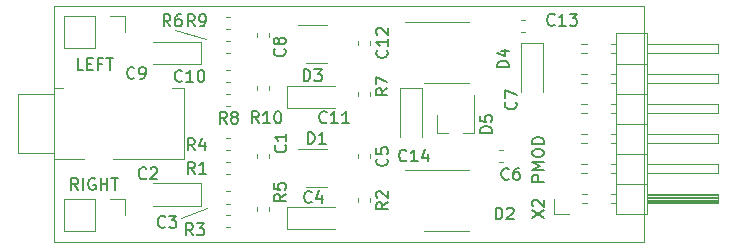
<source format=gbr>
%TF.GenerationSoftware,KiCad,Pcbnew,5.1.9*%
%TF.CreationDate,2021-02-16T17:41:26+03:00*%
%TF.ProjectId,dual-mcp3201-pmod,6475616c-2d6d-4637-9033-3230312d706d,rev?*%
%TF.SameCoordinates,PX4c4b400PY8583b00*%
%TF.FileFunction,Legend,Top*%
%TF.FilePolarity,Positive*%
%FSLAX46Y46*%
G04 Gerber Fmt 4.6, Leading zero omitted, Abs format (unit mm)*
G04 Created by KiCad (PCBNEW 5.1.9) date 2021-02-16 17:41:26*
%MOMM*%
%LPD*%
G01*
G04 APERTURE LIST*
%ADD10C,0.150000*%
%ADD11C,0.120000*%
%TA.AperFunction,Profile*%
%ADD12C,0.050000*%
%TD*%
G04 APERTURE END LIST*
D10*
X41502380Y5092858D02*
X40502380Y5092858D01*
X40502380Y5473810D01*
X40550000Y5569048D01*
X40597619Y5616667D01*
X40692857Y5664286D01*
X40835714Y5664286D01*
X40930952Y5616667D01*
X40978571Y5569048D01*
X41026190Y5473810D01*
X41026190Y5092858D01*
X41502380Y6092858D02*
X40502380Y6092858D01*
X41216666Y6426191D01*
X40502380Y6759524D01*
X41502380Y6759524D01*
X40502380Y7426191D02*
X40502380Y7616667D01*
X40550000Y7711905D01*
X40645238Y7807143D01*
X40835714Y7854762D01*
X41169047Y7854762D01*
X41359523Y7807143D01*
X41454761Y7711905D01*
X41502380Y7616667D01*
X41502380Y7426191D01*
X41454761Y7330953D01*
X41359523Y7235715D01*
X41169047Y7188096D01*
X40835714Y7188096D01*
X40645238Y7235715D01*
X40550000Y7330953D01*
X40502380Y7426191D01*
X41502380Y8283334D02*
X40502380Y8283334D01*
X40502380Y8521429D01*
X40550000Y8664286D01*
X40645238Y8759524D01*
X40740476Y8807143D01*
X40930952Y8854762D01*
X41073809Y8854762D01*
X41264285Y8807143D01*
X41359523Y8759524D01*
X41454761Y8664286D01*
X41502380Y8521429D01*
X41502380Y8283334D01*
D11*
X10300000Y17950000D02*
X12900000Y17200000D01*
X10750000Y2000000D02*
X13000000Y2850000D01*
D10*
X2497619Y14547620D02*
X2021428Y14547620D01*
X2021428Y15547620D01*
X2830952Y15071429D02*
X3164285Y15071429D01*
X3307142Y14547620D02*
X2830952Y14547620D01*
X2830952Y15547620D01*
X3307142Y15547620D01*
X4069047Y15071429D02*
X3735714Y15071429D01*
X3735714Y14547620D02*
X3735714Y15547620D01*
X4211904Y15547620D01*
X4450000Y15547620D02*
X5021428Y15547620D01*
X4735714Y14547620D02*
X4735714Y15547620D01*
X2066666Y4397620D02*
X1733333Y4873810D01*
X1495238Y4397620D02*
X1495238Y5397620D01*
X1876190Y5397620D01*
X1971428Y5350000D01*
X2019047Y5302381D01*
X2066666Y5207143D01*
X2066666Y5064286D01*
X2019047Y4969048D01*
X1971428Y4921429D01*
X1876190Y4873810D01*
X1495238Y4873810D01*
X2495238Y4397620D02*
X2495238Y5397620D01*
X3495238Y5350000D02*
X3400000Y5397620D01*
X3257142Y5397620D01*
X3114285Y5350000D01*
X3019047Y5254762D01*
X2971428Y5159524D01*
X2923809Y4969048D01*
X2923809Y4826191D01*
X2971428Y4635715D01*
X3019047Y4540477D01*
X3114285Y4445239D01*
X3257142Y4397620D01*
X3352380Y4397620D01*
X3495238Y4445239D01*
X3542857Y4492858D01*
X3542857Y4826191D01*
X3352380Y4826191D01*
X3971428Y4397620D02*
X3971428Y5397620D01*
X3971428Y4921429D02*
X4542857Y4921429D01*
X4542857Y4397620D02*
X4542857Y5397620D01*
X4876190Y5397620D02*
X5447619Y5397620D01*
X5161904Y4397620D02*
X5161904Y5397620D01*
D12*
X50000000Y20000000D02*
X0Y20000000D01*
X50000000Y0D02*
X50000000Y20000000D01*
X0Y0D02*
X50000000Y0D01*
X0Y20000000D02*
X0Y0D01*
D11*
%TO.C,X4*%
X880000Y19080000D02*
X880000Y16420000D01*
X3480000Y19080000D02*
X880000Y19080000D01*
X3480000Y16420000D02*
X880000Y16420000D01*
X3480000Y19080000D02*
X3480000Y16420000D01*
X4750000Y19080000D02*
X6080000Y19080000D01*
X6080000Y19080000D02*
X6080000Y17750000D01*
%TO.C,X3*%
X880000Y3580000D02*
X880000Y920000D01*
X3480000Y3580000D02*
X880000Y3580000D01*
X3480000Y920000D02*
X880000Y920000D01*
X3480000Y3580000D02*
X3480000Y920000D01*
X4750000Y3580000D02*
X6080000Y3580000D01*
X6080000Y3580000D02*
X6080000Y2250000D01*
%TO.C,C12*%
X25740000Y16653733D02*
X25740000Y16996267D01*
X26760000Y16653733D02*
X26760000Y16996267D01*
%TO.C,C11*%
X23850000Y13185000D02*
X19765000Y13185000D01*
X19765000Y13185000D02*
X19765000Y11315000D01*
X19765000Y11315000D02*
X23850000Y11315000D01*
%TO.C,C10*%
X14921267Y13490000D02*
X14578733Y13490000D01*
X14921267Y14510000D02*
X14578733Y14510000D01*
%TO.C,C9*%
X8400000Y15065000D02*
X12485000Y15065000D01*
X12485000Y15065000D02*
X12485000Y16935000D01*
X12485000Y16935000D02*
X8400000Y16935000D01*
%TO.C,C8*%
X18260000Y17671267D02*
X18260000Y17328733D01*
X17240000Y17671267D02*
X17240000Y17328733D01*
%TO.C,C7*%
X41435000Y12712500D02*
X41435000Y16797500D01*
X41435000Y16797500D02*
X39565000Y16797500D01*
X39565000Y16797500D02*
X39565000Y12712500D01*
%TO.C,C14*%
X31185000Y8900000D02*
X31185000Y12985000D01*
X31185000Y12985000D02*
X29315000Y12985000D01*
X29315000Y12985000D02*
X29315000Y8900000D01*
%TO.C,C6*%
X38046267Y6740000D02*
X37703733Y6740000D01*
X38046267Y7760000D02*
X37703733Y7760000D01*
%TO.C,X2*%
X47610000Y2320000D02*
X47610000Y17680000D01*
X47610000Y17680000D02*
X50270000Y17680000D01*
X50270000Y17680000D02*
X50270000Y2320000D01*
X50270000Y2320000D02*
X47610000Y2320000D01*
X50270000Y3270000D02*
X56270000Y3270000D01*
X56270000Y3270000D02*
X56270000Y4030000D01*
X56270000Y4030000D02*
X50270000Y4030000D01*
X50270000Y3330000D02*
X56270000Y3330000D01*
X50270000Y3450000D02*
X56270000Y3450000D01*
X50270000Y3570000D02*
X56270000Y3570000D01*
X50270000Y3690000D02*
X56270000Y3690000D01*
X50270000Y3810000D02*
X56270000Y3810000D01*
X50270000Y3930000D02*
X56270000Y3930000D01*
X47212929Y3270000D02*
X47610000Y3270000D01*
X47212929Y4030000D02*
X47610000Y4030000D01*
X44740000Y3270000D02*
X45127071Y3270000D01*
X44740000Y4030000D02*
X45127071Y4030000D01*
X47610000Y4920000D02*
X50270000Y4920000D01*
X50270000Y5810000D02*
X56270000Y5810000D01*
X56270000Y5810000D02*
X56270000Y6570000D01*
X56270000Y6570000D02*
X50270000Y6570000D01*
X47212929Y5810000D02*
X47610000Y5810000D01*
X47212929Y6570000D02*
X47610000Y6570000D01*
X44672929Y5810000D02*
X45127071Y5810000D01*
X44672929Y6570000D02*
X45127071Y6570000D01*
X47610000Y7460000D02*
X50270000Y7460000D01*
X50270000Y8350000D02*
X56270000Y8350000D01*
X56270000Y8350000D02*
X56270000Y9110000D01*
X56270000Y9110000D02*
X50270000Y9110000D01*
X47212929Y8350000D02*
X47610000Y8350000D01*
X47212929Y9110000D02*
X47610000Y9110000D01*
X44672929Y8350000D02*
X45127071Y8350000D01*
X44672929Y9110000D02*
X45127071Y9110000D01*
X47610000Y10000000D02*
X50270000Y10000000D01*
X50270000Y10890000D02*
X56270000Y10890000D01*
X56270000Y10890000D02*
X56270000Y11650000D01*
X56270000Y11650000D02*
X50270000Y11650000D01*
X47212929Y10890000D02*
X47610000Y10890000D01*
X47212929Y11650000D02*
X47610000Y11650000D01*
X44672929Y10890000D02*
X45127071Y10890000D01*
X44672929Y11650000D02*
X45127071Y11650000D01*
X47610000Y12540000D02*
X50270000Y12540000D01*
X50270000Y13430000D02*
X56270000Y13430000D01*
X56270000Y13430000D02*
X56270000Y14190000D01*
X56270000Y14190000D02*
X50270000Y14190000D01*
X47212929Y13430000D02*
X47610000Y13430000D01*
X47212929Y14190000D02*
X47610000Y14190000D01*
X44672929Y13430000D02*
X45127071Y13430000D01*
X44672929Y14190000D02*
X45127071Y14190000D01*
X47610000Y15080000D02*
X50270000Y15080000D01*
X50270000Y15970000D02*
X56270000Y15970000D01*
X56270000Y15970000D02*
X56270000Y16730000D01*
X56270000Y16730000D02*
X50270000Y16730000D01*
X47212929Y15970000D02*
X47610000Y15970000D01*
X47212929Y16730000D02*
X47610000Y16730000D01*
X44672929Y15970000D02*
X45127071Y15970000D01*
X44672929Y16730000D02*
X45127071Y16730000D01*
X42360000Y3650000D02*
X42360000Y2380000D01*
X42360000Y2380000D02*
X43630000Y2380000D01*
%TO.C,X1*%
X11000000Y7000000D02*
X11000000Y13000000D01*
X11000000Y13000000D02*
X10000000Y13000000D01*
X11000000Y7000000D02*
X5000000Y7000000D01*
X2600000Y7000000D02*
X0Y7000000D01*
X0Y7000000D02*
X0Y13000000D01*
X0Y13000000D02*
X800000Y13000000D01*
X0Y7500000D02*
X-3000000Y7500000D01*
X-3000000Y7500000D02*
X-3000000Y12500000D01*
X-3000000Y12500000D02*
X0Y12500000D01*
%TO.C,R10*%
X18260000Y13171267D02*
X18260000Y12828733D01*
X17240000Y13171267D02*
X17240000Y12828733D01*
%TO.C,R9*%
X14578733Y19010000D02*
X14921267Y19010000D01*
X14578733Y17990000D02*
X14921267Y17990000D01*
%TO.C,R8*%
X14578733Y12510000D02*
X14921267Y12510000D01*
X14578733Y11490000D02*
X14921267Y11490000D01*
%TO.C,R7*%
X26760000Y12671267D02*
X26760000Y12328733D01*
X25740000Y12671267D02*
X25740000Y12328733D01*
%TO.C,R6*%
X14578733Y17010000D02*
X14921267Y17010000D01*
X14578733Y15990000D02*
X14921267Y15990000D01*
%TO.C,R5*%
X18260000Y2921267D02*
X18260000Y2578733D01*
X17240000Y2921267D02*
X17240000Y2578733D01*
%TO.C,R4*%
X14578733Y8760000D02*
X14921267Y8760000D01*
X14578733Y7740000D02*
X14921267Y7740000D01*
%TO.C,R3*%
X14578733Y2260000D02*
X14921267Y2260000D01*
X14578733Y1240000D02*
X14921267Y1240000D01*
%TO.C,R2*%
X25740000Y3328733D02*
X25740000Y3671267D01*
X26760000Y3328733D02*
X26760000Y3671267D01*
%TO.C,R1*%
X14578733Y6760000D02*
X14921267Y6760000D01*
X14578733Y5740000D02*
X14921267Y5740000D01*
%TO.C,D5*%
X32420000Y9240000D02*
X33350000Y9240000D01*
X35580000Y9240000D02*
X34650000Y9240000D01*
X35580000Y9240000D02*
X35580000Y12400000D01*
X32420000Y9240000D02*
X32420000Y10700000D01*
%TO.C,D4*%
X33250000Y13410000D02*
X35130000Y13410000D01*
X33250000Y13410000D02*
X31370000Y13410000D01*
X33250000Y18590000D02*
X35130000Y18590000D01*
X33250000Y18590000D02*
X29725000Y18590000D01*
%TO.C,D3*%
X21350000Y15140000D02*
X23150000Y15140000D01*
X23150000Y18360000D02*
X20700000Y18360000D01*
%TO.C,D2*%
X33250000Y910000D02*
X35130000Y910000D01*
X33250000Y910000D02*
X31370000Y910000D01*
X33250000Y6090000D02*
X35130000Y6090000D01*
X33250000Y6090000D02*
X29725000Y6090000D01*
%TO.C,D1*%
X21350000Y4640000D02*
X23150000Y4640000D01*
X23150000Y7860000D02*
X20700000Y7860000D01*
%TO.C,C13*%
X39921267Y17740000D02*
X39578733Y17740000D01*
X39921267Y18760000D02*
X39578733Y18760000D01*
%TO.C,C5*%
X26760000Y7421267D02*
X26760000Y7078733D01*
X25740000Y7421267D02*
X25740000Y7078733D01*
%TO.C,C4*%
X23850000Y2935000D02*
X19765000Y2935000D01*
X19765000Y2935000D02*
X19765000Y1065000D01*
X19765000Y1065000D02*
X23850000Y1065000D01*
%TO.C,C3*%
X14921267Y3240000D02*
X14578733Y3240000D01*
X14921267Y4260000D02*
X14578733Y4260000D01*
%TO.C,C2*%
X8400000Y3065000D02*
X12485000Y3065000D01*
X12485000Y3065000D02*
X12485000Y4935000D01*
X12485000Y4935000D02*
X8400000Y4935000D01*
%TO.C,C1*%
X18260000Y7421267D02*
X18260000Y7078733D01*
X17240000Y7421267D02*
X17240000Y7078733D01*
%TD*%
%TO.C,C12*%
D10*
X28207142Y16207143D02*
X28254761Y16159524D01*
X28302380Y16016667D01*
X28302380Y15921429D01*
X28254761Y15778572D01*
X28159523Y15683334D01*
X28064285Y15635715D01*
X27873809Y15588096D01*
X27730952Y15588096D01*
X27540476Y15635715D01*
X27445238Y15683334D01*
X27350000Y15778572D01*
X27302380Y15921429D01*
X27302380Y16016667D01*
X27350000Y16159524D01*
X27397619Y16207143D01*
X28302380Y17159524D02*
X28302380Y16588096D01*
X28302380Y16873810D02*
X27302380Y16873810D01*
X27445238Y16778572D01*
X27540476Y16683334D01*
X27588095Y16588096D01*
X27397619Y17540477D02*
X27350000Y17588096D01*
X27302380Y17683334D01*
X27302380Y17921429D01*
X27350000Y18016667D01*
X27397619Y18064286D01*
X27492857Y18111905D01*
X27588095Y18111905D01*
X27730952Y18064286D01*
X28302380Y17492858D01*
X28302380Y18111905D01*
%TO.C,C11*%
X23107142Y10142858D02*
X23059523Y10095239D01*
X22916666Y10047620D01*
X22821428Y10047620D01*
X22678571Y10095239D01*
X22583333Y10190477D01*
X22535714Y10285715D01*
X22488095Y10476191D01*
X22488095Y10619048D01*
X22535714Y10809524D01*
X22583333Y10904762D01*
X22678571Y11000000D01*
X22821428Y11047620D01*
X22916666Y11047620D01*
X23059523Y11000000D01*
X23107142Y10952381D01*
X24059523Y10047620D02*
X23488095Y10047620D01*
X23773809Y10047620D02*
X23773809Y11047620D01*
X23678571Y10904762D01*
X23583333Y10809524D01*
X23488095Y10761905D01*
X25011904Y10047620D02*
X24440476Y10047620D01*
X24726190Y10047620D02*
X24726190Y11047620D01*
X24630952Y10904762D01*
X24535714Y10809524D01*
X24440476Y10761905D01*
%TO.C,C10*%
X10857142Y13642858D02*
X10809523Y13595239D01*
X10666666Y13547620D01*
X10571428Y13547620D01*
X10428571Y13595239D01*
X10333333Y13690477D01*
X10285714Y13785715D01*
X10238095Y13976191D01*
X10238095Y14119048D01*
X10285714Y14309524D01*
X10333333Y14404762D01*
X10428571Y14500000D01*
X10571428Y14547620D01*
X10666666Y14547620D01*
X10809523Y14500000D01*
X10857142Y14452381D01*
X11809523Y13547620D02*
X11238095Y13547620D01*
X11523809Y13547620D02*
X11523809Y14547620D01*
X11428571Y14404762D01*
X11333333Y14309524D01*
X11238095Y14261905D01*
X12428571Y14547620D02*
X12523809Y14547620D01*
X12619047Y14500000D01*
X12666666Y14452381D01*
X12714285Y14357143D01*
X12761904Y14166667D01*
X12761904Y13928572D01*
X12714285Y13738096D01*
X12666666Y13642858D01*
X12619047Y13595239D01*
X12523809Y13547620D01*
X12428571Y13547620D01*
X12333333Y13595239D01*
X12285714Y13642858D01*
X12238095Y13738096D01*
X12190476Y13928572D01*
X12190476Y14166667D01*
X12238095Y14357143D01*
X12285714Y14452381D01*
X12333333Y14500000D01*
X12428571Y14547620D01*
%TO.C,C9*%
X6833333Y13892858D02*
X6785714Y13845239D01*
X6642857Y13797620D01*
X6547619Y13797620D01*
X6404761Y13845239D01*
X6309523Y13940477D01*
X6261904Y14035715D01*
X6214285Y14226191D01*
X6214285Y14369048D01*
X6261904Y14559524D01*
X6309523Y14654762D01*
X6404761Y14750000D01*
X6547619Y14797620D01*
X6642857Y14797620D01*
X6785714Y14750000D01*
X6833333Y14702381D01*
X7309523Y13797620D02*
X7500000Y13797620D01*
X7595238Y13845239D01*
X7642857Y13892858D01*
X7738095Y14035715D01*
X7785714Y14226191D01*
X7785714Y14607143D01*
X7738095Y14702381D01*
X7690476Y14750000D01*
X7595238Y14797620D01*
X7404761Y14797620D01*
X7309523Y14750000D01*
X7261904Y14702381D01*
X7214285Y14607143D01*
X7214285Y14369048D01*
X7261904Y14273810D01*
X7309523Y14226191D01*
X7404761Y14178572D01*
X7595238Y14178572D01*
X7690476Y14226191D01*
X7738095Y14273810D01*
X7785714Y14369048D01*
%TO.C,C8*%
X19537142Y16333334D02*
X19584761Y16285715D01*
X19632380Y16142858D01*
X19632380Y16047620D01*
X19584761Y15904762D01*
X19489523Y15809524D01*
X19394285Y15761905D01*
X19203809Y15714286D01*
X19060952Y15714286D01*
X18870476Y15761905D01*
X18775238Y15809524D01*
X18680000Y15904762D01*
X18632380Y16047620D01*
X18632380Y16142858D01*
X18680000Y16285715D01*
X18727619Y16333334D01*
X19060952Y16904762D02*
X19013333Y16809524D01*
X18965714Y16761905D01*
X18870476Y16714286D01*
X18822857Y16714286D01*
X18727619Y16761905D01*
X18680000Y16809524D01*
X18632380Y16904762D01*
X18632380Y17095239D01*
X18680000Y17190477D01*
X18727619Y17238096D01*
X18822857Y17285715D01*
X18870476Y17285715D01*
X18965714Y17238096D01*
X19013333Y17190477D01*
X19060952Y17095239D01*
X19060952Y16904762D01*
X19108571Y16809524D01*
X19156190Y16761905D01*
X19251428Y16714286D01*
X19441904Y16714286D01*
X19537142Y16761905D01*
X19584761Y16809524D01*
X19632380Y16904762D01*
X19632380Y17095239D01*
X19584761Y17190477D01*
X19537142Y17238096D01*
X19441904Y17285715D01*
X19251428Y17285715D01*
X19156190Y17238096D01*
X19108571Y17190477D01*
X19060952Y17095239D01*
%TO.C,C7*%
X39107142Y11833334D02*
X39154761Y11785715D01*
X39202380Y11642858D01*
X39202380Y11547620D01*
X39154761Y11404762D01*
X39059523Y11309524D01*
X38964285Y11261905D01*
X38773809Y11214286D01*
X38630952Y11214286D01*
X38440476Y11261905D01*
X38345238Y11309524D01*
X38250000Y11404762D01*
X38202380Y11547620D01*
X38202380Y11642858D01*
X38250000Y11785715D01*
X38297619Y11833334D01*
X38202380Y12166667D02*
X38202380Y12833334D01*
X39202380Y12404762D01*
%TO.C,C14*%
X29857142Y6892858D02*
X29809523Y6845239D01*
X29666666Y6797620D01*
X29571428Y6797620D01*
X29428571Y6845239D01*
X29333333Y6940477D01*
X29285714Y7035715D01*
X29238095Y7226191D01*
X29238095Y7369048D01*
X29285714Y7559524D01*
X29333333Y7654762D01*
X29428571Y7750000D01*
X29571428Y7797620D01*
X29666666Y7797620D01*
X29809523Y7750000D01*
X29857142Y7702381D01*
X30809523Y6797620D02*
X30238095Y6797620D01*
X30523809Y6797620D02*
X30523809Y7797620D01*
X30428571Y7654762D01*
X30333333Y7559524D01*
X30238095Y7511905D01*
X31666666Y7464286D02*
X31666666Y6797620D01*
X31428571Y7845239D02*
X31190476Y7130953D01*
X31809523Y7130953D01*
%TO.C,C6*%
X38533333Y5342858D02*
X38485714Y5295239D01*
X38342857Y5247620D01*
X38247619Y5247620D01*
X38104761Y5295239D01*
X38009523Y5390477D01*
X37961904Y5485715D01*
X37914285Y5676191D01*
X37914285Y5819048D01*
X37961904Y6009524D01*
X38009523Y6104762D01*
X38104761Y6200000D01*
X38247619Y6247620D01*
X38342857Y6247620D01*
X38485714Y6200000D01*
X38533333Y6152381D01*
X39390476Y6247620D02*
X39200000Y6247620D01*
X39104761Y6200000D01*
X39057142Y6152381D01*
X38961904Y6009524D01*
X38914285Y5819048D01*
X38914285Y5438096D01*
X38961904Y5342858D01*
X39009523Y5295239D01*
X39104761Y5247620D01*
X39295238Y5247620D01*
X39390476Y5295239D01*
X39438095Y5342858D01*
X39485714Y5438096D01*
X39485714Y5676191D01*
X39438095Y5771429D01*
X39390476Y5819048D01*
X39295238Y5866667D01*
X39104761Y5866667D01*
X39009523Y5819048D01*
X38961904Y5771429D01*
X38914285Y5676191D01*
%TO.C,X2*%
X40502380Y1990477D02*
X41502380Y2657143D01*
X40502380Y2657143D02*
X41502380Y1990477D01*
X40597619Y2990477D02*
X40550000Y3038096D01*
X40502380Y3133334D01*
X40502380Y3371429D01*
X40550000Y3466667D01*
X40597619Y3514286D01*
X40692857Y3561905D01*
X40788095Y3561905D01*
X40930952Y3514286D01*
X41502380Y2942858D01*
X41502380Y3561905D01*
%TO.C,R10*%
X17357142Y10047620D02*
X17023809Y10523810D01*
X16785714Y10047620D02*
X16785714Y11047620D01*
X17166666Y11047620D01*
X17261904Y11000000D01*
X17309523Y10952381D01*
X17357142Y10857143D01*
X17357142Y10714286D01*
X17309523Y10619048D01*
X17261904Y10571429D01*
X17166666Y10523810D01*
X16785714Y10523810D01*
X18309523Y10047620D02*
X17738095Y10047620D01*
X18023809Y10047620D02*
X18023809Y11047620D01*
X17928571Y10904762D01*
X17833333Y10809524D01*
X17738095Y10761905D01*
X18928571Y11047620D02*
X19023809Y11047620D01*
X19119047Y11000000D01*
X19166666Y10952381D01*
X19214285Y10857143D01*
X19261904Y10666667D01*
X19261904Y10428572D01*
X19214285Y10238096D01*
X19166666Y10142858D01*
X19119047Y10095239D01*
X19023809Y10047620D01*
X18928571Y10047620D01*
X18833333Y10095239D01*
X18785714Y10142858D01*
X18738095Y10238096D01*
X18690476Y10428572D01*
X18690476Y10666667D01*
X18738095Y10857143D01*
X18785714Y10952381D01*
X18833333Y11000000D01*
X18928571Y11047620D01*
%TO.C,R9*%
X11933333Y18247620D02*
X11600000Y18723810D01*
X11361904Y18247620D02*
X11361904Y19247620D01*
X11742857Y19247620D01*
X11838095Y19200000D01*
X11885714Y19152381D01*
X11933333Y19057143D01*
X11933333Y18914286D01*
X11885714Y18819048D01*
X11838095Y18771429D01*
X11742857Y18723810D01*
X11361904Y18723810D01*
X12409523Y18247620D02*
X12600000Y18247620D01*
X12695238Y18295239D01*
X12742857Y18342858D01*
X12838095Y18485715D01*
X12885714Y18676191D01*
X12885714Y19057143D01*
X12838095Y19152381D01*
X12790476Y19200000D01*
X12695238Y19247620D01*
X12504761Y19247620D01*
X12409523Y19200000D01*
X12361904Y19152381D01*
X12314285Y19057143D01*
X12314285Y18819048D01*
X12361904Y18723810D01*
X12409523Y18676191D01*
X12504761Y18628572D01*
X12695238Y18628572D01*
X12790476Y18676191D01*
X12838095Y18723810D01*
X12885714Y18819048D01*
%TO.C,R8*%
X14633333Y9997620D02*
X14300000Y10473810D01*
X14061904Y9997620D02*
X14061904Y10997620D01*
X14442857Y10997620D01*
X14538095Y10950000D01*
X14585714Y10902381D01*
X14633333Y10807143D01*
X14633333Y10664286D01*
X14585714Y10569048D01*
X14538095Y10521429D01*
X14442857Y10473810D01*
X14061904Y10473810D01*
X15204761Y10569048D02*
X15109523Y10616667D01*
X15061904Y10664286D01*
X15014285Y10759524D01*
X15014285Y10807143D01*
X15061904Y10902381D01*
X15109523Y10950000D01*
X15204761Y10997620D01*
X15395238Y10997620D01*
X15490476Y10950000D01*
X15538095Y10902381D01*
X15585714Y10807143D01*
X15585714Y10759524D01*
X15538095Y10664286D01*
X15490476Y10616667D01*
X15395238Y10569048D01*
X15204761Y10569048D01*
X15109523Y10521429D01*
X15061904Y10473810D01*
X15014285Y10378572D01*
X15014285Y10188096D01*
X15061904Y10092858D01*
X15109523Y10045239D01*
X15204761Y9997620D01*
X15395238Y9997620D01*
X15490476Y10045239D01*
X15538095Y10092858D01*
X15585714Y10188096D01*
X15585714Y10378572D01*
X15538095Y10473810D01*
X15490476Y10521429D01*
X15395238Y10569048D01*
%TO.C,R7*%
X28252380Y12983334D02*
X27776190Y12650000D01*
X28252380Y12411905D02*
X27252380Y12411905D01*
X27252380Y12792858D01*
X27300000Y12888096D01*
X27347619Y12935715D01*
X27442857Y12983334D01*
X27585714Y12983334D01*
X27680952Y12935715D01*
X27728571Y12888096D01*
X27776190Y12792858D01*
X27776190Y12411905D01*
X27252380Y13316667D02*
X27252380Y13983334D01*
X28252380Y13554762D01*
%TO.C,R6*%
X9883333Y18247620D02*
X9550000Y18723810D01*
X9311904Y18247620D02*
X9311904Y19247620D01*
X9692857Y19247620D01*
X9788095Y19200000D01*
X9835714Y19152381D01*
X9883333Y19057143D01*
X9883333Y18914286D01*
X9835714Y18819048D01*
X9788095Y18771429D01*
X9692857Y18723810D01*
X9311904Y18723810D01*
X10740476Y19247620D02*
X10550000Y19247620D01*
X10454761Y19200000D01*
X10407142Y19152381D01*
X10311904Y19009524D01*
X10264285Y18819048D01*
X10264285Y18438096D01*
X10311904Y18342858D01*
X10359523Y18295239D01*
X10454761Y18247620D01*
X10645238Y18247620D01*
X10740476Y18295239D01*
X10788095Y18342858D01*
X10835714Y18438096D01*
X10835714Y18676191D01*
X10788095Y18771429D01*
X10740476Y18819048D01*
X10645238Y18866667D01*
X10454761Y18866667D01*
X10359523Y18819048D01*
X10311904Y18771429D01*
X10264285Y18676191D01*
%TO.C,R5*%
X19652380Y4033334D02*
X19176190Y3700000D01*
X19652380Y3461905D02*
X18652380Y3461905D01*
X18652380Y3842858D01*
X18700000Y3938096D01*
X18747619Y3985715D01*
X18842857Y4033334D01*
X18985714Y4033334D01*
X19080952Y3985715D01*
X19128571Y3938096D01*
X19176190Y3842858D01*
X19176190Y3461905D01*
X18652380Y4938096D02*
X18652380Y4461905D01*
X19128571Y4414286D01*
X19080952Y4461905D01*
X19033333Y4557143D01*
X19033333Y4795239D01*
X19080952Y4890477D01*
X19128571Y4938096D01*
X19223809Y4985715D01*
X19461904Y4985715D01*
X19557142Y4938096D01*
X19604761Y4890477D01*
X19652380Y4795239D01*
X19652380Y4557143D01*
X19604761Y4461905D01*
X19557142Y4414286D01*
%TO.C,R4*%
X11933333Y7747620D02*
X11600000Y8223810D01*
X11361904Y7747620D02*
X11361904Y8747620D01*
X11742857Y8747620D01*
X11838095Y8700000D01*
X11885714Y8652381D01*
X11933333Y8557143D01*
X11933333Y8414286D01*
X11885714Y8319048D01*
X11838095Y8271429D01*
X11742857Y8223810D01*
X11361904Y8223810D01*
X12790476Y8414286D02*
X12790476Y7747620D01*
X12552380Y8795239D02*
X12314285Y8080953D01*
X12933333Y8080953D01*
%TO.C,R3*%
X11783333Y547620D02*
X11450000Y1023810D01*
X11211904Y547620D02*
X11211904Y1547620D01*
X11592857Y1547620D01*
X11688095Y1500000D01*
X11735714Y1452381D01*
X11783333Y1357143D01*
X11783333Y1214286D01*
X11735714Y1119048D01*
X11688095Y1071429D01*
X11592857Y1023810D01*
X11211904Y1023810D01*
X12116666Y1547620D02*
X12735714Y1547620D01*
X12402380Y1166667D01*
X12545238Y1166667D01*
X12640476Y1119048D01*
X12688095Y1071429D01*
X12735714Y976191D01*
X12735714Y738096D01*
X12688095Y642858D01*
X12640476Y595239D01*
X12545238Y547620D01*
X12259523Y547620D01*
X12164285Y595239D01*
X12116666Y642858D01*
%TO.C,R2*%
X28302380Y3333334D02*
X27826190Y3000000D01*
X28302380Y2761905D02*
X27302380Y2761905D01*
X27302380Y3142858D01*
X27350000Y3238096D01*
X27397619Y3285715D01*
X27492857Y3333334D01*
X27635714Y3333334D01*
X27730952Y3285715D01*
X27778571Y3238096D01*
X27826190Y3142858D01*
X27826190Y2761905D01*
X27397619Y3714286D02*
X27350000Y3761905D01*
X27302380Y3857143D01*
X27302380Y4095239D01*
X27350000Y4190477D01*
X27397619Y4238096D01*
X27492857Y4285715D01*
X27588095Y4285715D01*
X27730952Y4238096D01*
X28302380Y3666667D01*
X28302380Y4285715D01*
%TO.C,R1*%
X11933333Y5747620D02*
X11600000Y6223810D01*
X11361904Y5747620D02*
X11361904Y6747620D01*
X11742857Y6747620D01*
X11838095Y6700000D01*
X11885714Y6652381D01*
X11933333Y6557143D01*
X11933333Y6414286D01*
X11885714Y6319048D01*
X11838095Y6271429D01*
X11742857Y6223810D01*
X11361904Y6223810D01*
X12885714Y5747620D02*
X12314285Y5747620D01*
X12600000Y5747620D02*
X12600000Y6747620D01*
X12504761Y6604762D01*
X12409523Y6509524D01*
X12314285Y6461905D01*
%TO.C,D5*%
X37102380Y9211905D02*
X36102380Y9211905D01*
X36102380Y9450000D01*
X36150000Y9592858D01*
X36245238Y9688096D01*
X36340476Y9735715D01*
X36530952Y9783334D01*
X36673809Y9783334D01*
X36864285Y9735715D01*
X36959523Y9688096D01*
X37054761Y9592858D01*
X37102380Y9450000D01*
X37102380Y9211905D01*
X36102380Y10688096D02*
X36102380Y10211905D01*
X36578571Y10164286D01*
X36530952Y10211905D01*
X36483333Y10307143D01*
X36483333Y10545239D01*
X36530952Y10640477D01*
X36578571Y10688096D01*
X36673809Y10735715D01*
X36911904Y10735715D01*
X37007142Y10688096D01*
X37054761Y10640477D01*
X37102380Y10545239D01*
X37102380Y10307143D01*
X37054761Y10211905D01*
X37007142Y10164286D01*
%TO.C,D4*%
X38552380Y14761905D02*
X37552380Y14761905D01*
X37552380Y15000000D01*
X37600000Y15142858D01*
X37695238Y15238096D01*
X37790476Y15285715D01*
X37980952Y15333334D01*
X38123809Y15333334D01*
X38314285Y15285715D01*
X38409523Y15238096D01*
X38504761Y15142858D01*
X38552380Y15000000D01*
X38552380Y14761905D01*
X37885714Y16190477D02*
X38552380Y16190477D01*
X37504761Y15952381D02*
X38219047Y15714286D01*
X38219047Y16333334D01*
%TO.C,D3*%
X21161904Y13597620D02*
X21161904Y14597620D01*
X21400000Y14597620D01*
X21542857Y14550000D01*
X21638095Y14454762D01*
X21685714Y14359524D01*
X21733333Y14169048D01*
X21733333Y14026191D01*
X21685714Y13835715D01*
X21638095Y13740477D01*
X21542857Y13645239D01*
X21400000Y13597620D01*
X21161904Y13597620D01*
X22066666Y14597620D02*
X22685714Y14597620D01*
X22352380Y14216667D01*
X22495238Y14216667D01*
X22590476Y14169048D01*
X22638095Y14121429D01*
X22685714Y14026191D01*
X22685714Y13788096D01*
X22638095Y13692858D01*
X22590476Y13645239D01*
X22495238Y13597620D01*
X22209523Y13597620D01*
X22114285Y13645239D01*
X22066666Y13692858D01*
%TO.C,D2*%
X37411904Y1897620D02*
X37411904Y2897620D01*
X37650000Y2897620D01*
X37792857Y2850000D01*
X37888095Y2754762D01*
X37935714Y2659524D01*
X37983333Y2469048D01*
X37983333Y2326191D01*
X37935714Y2135715D01*
X37888095Y2040477D01*
X37792857Y1945239D01*
X37650000Y1897620D01*
X37411904Y1897620D01*
X38364285Y2802381D02*
X38411904Y2850000D01*
X38507142Y2897620D01*
X38745238Y2897620D01*
X38840476Y2850000D01*
X38888095Y2802381D01*
X38935714Y2707143D01*
X38935714Y2611905D01*
X38888095Y2469048D01*
X38316666Y1897620D01*
X38935714Y1897620D01*
%TO.C,D1*%
X21511904Y8297620D02*
X21511904Y9297620D01*
X21750000Y9297620D01*
X21892857Y9250000D01*
X21988095Y9154762D01*
X22035714Y9059524D01*
X22083333Y8869048D01*
X22083333Y8726191D01*
X22035714Y8535715D01*
X21988095Y8440477D01*
X21892857Y8345239D01*
X21750000Y8297620D01*
X21511904Y8297620D01*
X23035714Y8297620D02*
X22464285Y8297620D01*
X22750000Y8297620D02*
X22750000Y9297620D01*
X22654761Y9154762D01*
X22559523Y9059524D01*
X22464285Y9011905D01*
%TO.C,C13*%
X42407142Y18392858D02*
X42359523Y18345239D01*
X42216666Y18297620D01*
X42121428Y18297620D01*
X41978571Y18345239D01*
X41883333Y18440477D01*
X41835714Y18535715D01*
X41788095Y18726191D01*
X41788095Y18869048D01*
X41835714Y19059524D01*
X41883333Y19154762D01*
X41978571Y19250000D01*
X42121428Y19297620D01*
X42216666Y19297620D01*
X42359523Y19250000D01*
X42407142Y19202381D01*
X43359523Y18297620D02*
X42788095Y18297620D01*
X43073809Y18297620D02*
X43073809Y19297620D01*
X42978571Y19154762D01*
X42883333Y19059524D01*
X42788095Y19011905D01*
X43692857Y19297620D02*
X44311904Y19297620D01*
X43978571Y18916667D01*
X44121428Y18916667D01*
X44216666Y18869048D01*
X44264285Y18821429D01*
X44311904Y18726191D01*
X44311904Y18488096D01*
X44264285Y18392858D01*
X44216666Y18345239D01*
X44121428Y18297620D01*
X43835714Y18297620D01*
X43740476Y18345239D01*
X43692857Y18392858D01*
%TO.C,C5*%
X28207142Y7033334D02*
X28254761Y6985715D01*
X28302380Y6842858D01*
X28302380Y6747620D01*
X28254761Y6604762D01*
X28159523Y6509524D01*
X28064285Y6461905D01*
X27873809Y6414286D01*
X27730952Y6414286D01*
X27540476Y6461905D01*
X27445238Y6509524D01*
X27350000Y6604762D01*
X27302380Y6747620D01*
X27302380Y6842858D01*
X27350000Y6985715D01*
X27397619Y7033334D01*
X27302380Y7938096D02*
X27302380Y7461905D01*
X27778571Y7414286D01*
X27730952Y7461905D01*
X27683333Y7557143D01*
X27683333Y7795239D01*
X27730952Y7890477D01*
X27778571Y7938096D01*
X27873809Y7985715D01*
X28111904Y7985715D01*
X28207142Y7938096D01*
X28254761Y7890477D01*
X28302380Y7795239D01*
X28302380Y7557143D01*
X28254761Y7461905D01*
X28207142Y7414286D01*
%TO.C,C4*%
X21833333Y3392858D02*
X21785714Y3345239D01*
X21642857Y3297620D01*
X21547619Y3297620D01*
X21404761Y3345239D01*
X21309523Y3440477D01*
X21261904Y3535715D01*
X21214285Y3726191D01*
X21214285Y3869048D01*
X21261904Y4059524D01*
X21309523Y4154762D01*
X21404761Y4250000D01*
X21547619Y4297620D01*
X21642857Y4297620D01*
X21785714Y4250000D01*
X21833333Y4202381D01*
X22690476Y3964286D02*
X22690476Y3297620D01*
X22452380Y4345239D02*
X22214285Y3630953D01*
X22833333Y3630953D01*
%TO.C,C3*%
X9433333Y1292858D02*
X9385714Y1245239D01*
X9242857Y1197620D01*
X9147619Y1197620D01*
X9004761Y1245239D01*
X8909523Y1340477D01*
X8861904Y1435715D01*
X8814285Y1626191D01*
X8814285Y1769048D01*
X8861904Y1959524D01*
X8909523Y2054762D01*
X9004761Y2150000D01*
X9147619Y2197620D01*
X9242857Y2197620D01*
X9385714Y2150000D01*
X9433333Y2102381D01*
X9766666Y2197620D02*
X10385714Y2197620D01*
X10052380Y1816667D01*
X10195238Y1816667D01*
X10290476Y1769048D01*
X10338095Y1721429D01*
X10385714Y1626191D01*
X10385714Y1388096D01*
X10338095Y1292858D01*
X10290476Y1245239D01*
X10195238Y1197620D01*
X9909523Y1197620D01*
X9814285Y1245239D01*
X9766666Y1292858D01*
%TO.C,C2*%
X7833333Y5392858D02*
X7785714Y5345239D01*
X7642857Y5297620D01*
X7547619Y5297620D01*
X7404761Y5345239D01*
X7309523Y5440477D01*
X7261904Y5535715D01*
X7214285Y5726191D01*
X7214285Y5869048D01*
X7261904Y6059524D01*
X7309523Y6154762D01*
X7404761Y6250000D01*
X7547619Y6297620D01*
X7642857Y6297620D01*
X7785714Y6250000D01*
X7833333Y6202381D01*
X8214285Y6202381D02*
X8261904Y6250000D01*
X8357142Y6297620D01*
X8595238Y6297620D01*
X8690476Y6250000D01*
X8738095Y6202381D01*
X8785714Y6107143D01*
X8785714Y6011905D01*
X8738095Y5869048D01*
X8166666Y5297620D01*
X8785714Y5297620D01*
%TO.C,C1*%
X19607142Y8183334D02*
X19654761Y8135715D01*
X19702380Y7992858D01*
X19702380Y7897620D01*
X19654761Y7754762D01*
X19559523Y7659524D01*
X19464285Y7611905D01*
X19273809Y7564286D01*
X19130952Y7564286D01*
X18940476Y7611905D01*
X18845238Y7659524D01*
X18750000Y7754762D01*
X18702380Y7897620D01*
X18702380Y7992858D01*
X18750000Y8135715D01*
X18797619Y8183334D01*
X19702380Y9135715D02*
X19702380Y8564286D01*
X19702380Y8850000D02*
X18702380Y8850000D01*
X18845238Y8754762D01*
X18940476Y8659524D01*
X18988095Y8564286D01*
%TD*%
M02*

</source>
